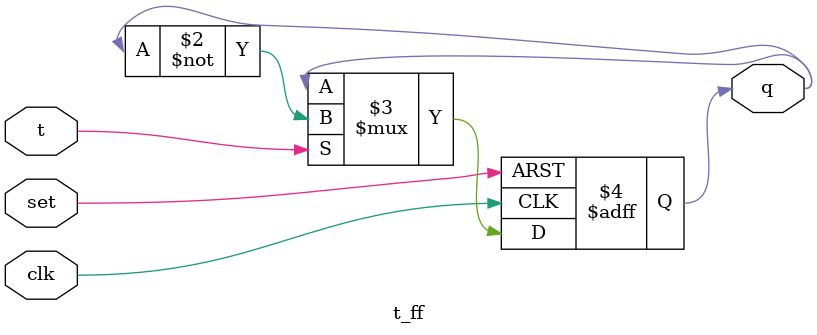
<source format=v>
module t_ff(
	input t, clk, set,
	output reg q
);

always @ (posedge clk or posedge set) begin
	if (set) q <= 1;
	else begin 
		q <= t ? ~q : q; 
	end
end

endmodule

</source>
